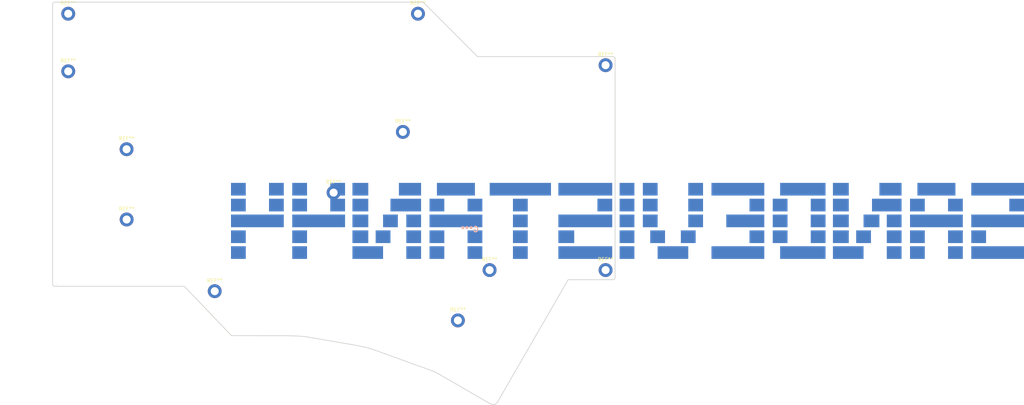
<source format=kicad_pcb>
(kicad_pcb (version 20241229) (generator "pcbnew") (generator_version "9.0")
  (title_block (title "Sandevistan44") (date "2025-05-26") (rev "0.0.1") (company "islathehut") (comment 1 "Left Side Plate"))
  (layers (0 "F.Cu" signal) (2 "B.Cu" signal) (13 "F.Paste" user) (15 "B.Paste" user) (5 "F.SilkS" user "F.Silkscreen") (7 "B.SilkS" user "B.Silkscreen") (1 "F.Mask" user) (3 "B.Mask" user) (25 "Edge.Cuts" user))
  (net 0 "")
  (footprint "Mounting Hole:MountingHole_2.2mm_M2_DIN965_Pad_TopBottom" (layer "F.Cu") (at 76.371616 47.897215)
    (property "Reference" "REF**" (at 0 -2.9 0) (layer "F.SilkS"))
    (property "Value" "MountingHole_2.2mm_M2_DIN965_Pad_TopBottom")
    (pad "1" thru_hole circle (at 0 0) (size 2.6 2.6) (drill 2.2) (layers "*.Cu" "*.Mask"))
    (pad "1" connect circle (at 0 0) (size 3.8 3.8) (layers "F.Cu" "F.Mask"))
    (pad "1" connect circle (at 0 0) (size 3.8 3.8) (layers "B.Cu" "B.Mask"))
  )
  (footprint "Mounting Hole:MountingHole_2.2mm_M2_DIN965_Pad_TopBottom" (layer "F.Cu") (at 148.901489 96.793988)
    (property "Reference" "REF**" (at 0 -2.9 0) (layer "F.SilkS"))
    (property "Value" "MountingHole_2.2mm_M2_DIN965_Pad_TopBottom")
    (pad "1" thru_hole circle (at 0 0) (size 2.6 2.6) (drill 2.2) (layers "*.Cu" "*.Mask"))
    (pad "1" connect circle (at 0 0) (size 3.8 3.8) (layers "F.Cu" "F.Mask"))
    (pad "1" connect circle (at 0 0) (size 3.8 3.8) (layers "B.Cu" "B.Mask"))
  )
  (footprint "Mounting Hole:MountingHole_2.2mm_M2_DIN965_Pad_TopBottom" (layer "F.Cu") (at 171.964716 47.897215)
    (property "Reference" "REF**" (at 0 -2.9 0) (layer "F.SilkS"))
    (property "Value" "MountingHole_2.2mm_M2_DIN965_Pad_TopBottom")
    (pad "1" thru_hole circle (at 0 0) (size 2.6 2.6) (drill 2.2) (layers "*.Cu" "*.Mask"))
    (pad "1" connect circle (at 0 0) (size 3.8 3.8) (layers "F.Cu" "F.Mask"))
    (pad "1" connect circle (at 0 0) (size 3.8 3.8) (layers "B.Cu" "B.Mask"))
  )
  (footprint "Mounting Hole:MountingHole_2.2mm_M2_DIN965_Pad_TopBottom" (layer "F.Cu") (at 223.2425 117.96566)
    (property "Reference" "REF**" (at 0 -2.9 0) (layer "F.SilkS"))
    (property "Value" "MountingHole_2.2mm_M2_DIN965_Pad_TopBottom")
    (pad "1" thru_hole circle (at 0 0) (size 2.6 2.6) (drill 2.2) (layers "*.Cu" "*.Mask"))
    (pad "1" connect circle (at 0 0) (size 3.8 3.8) (layers "F.Cu" "F.Mask"))
    (pad "1" connect circle (at 0 0) (size 3.8 3.8) (layers "B.Cu" "B.Mask"))
  )
  (footprint "Mounting Hole:MountingHole_2.2mm_M2_DIN965_Pad_TopBottom" (layer "F.Cu") (at 76.371616 63.637215)
    (property "Reference" "REF**" (at 0 -2.9 0) (layer "F.SilkS"))
    (property "Value" "MountingHole_2.2mm_M2_DIN965_Pad_TopBottom")
    (pad "1" thru_hole circle (at 0 0) (size 2.6 2.6) (drill 2.2) (layers "*.Cu" "*.Mask"))
    (pad "1" connect circle (at 0 0) (size 3.8 3.8) (layers "F.Cu" "F.Mask"))
    (pad "1" connect circle (at 0 0) (size 3.8 3.8) (layers "B.Cu" "B.Mask"))
  )
  (footprint "Mounting Hole:MountingHole_2.2mm_M2_DIN965_Pad_TopBottom" (layer "F.Cu") (at 223.2425 61.96566)
    (property "Reference" "REF**" (at 0 -2.9 0) (layer "F.SilkS"))
    (property "Value" "MountingHole_2.2mm_M2_DIN965_Pad_TopBottom")
    (pad "1" thru_hole circle (at 0 0) (size 2.6 2.6) (drill 2.2) (layers "*.Cu" "*.Mask"))
    (pad "1" connect circle (at 0 0) (size 3.8 3.8) (layers "F.Cu" "F.Mask"))
    (pad "1" connect circle (at 0 0) (size 3.8 3.8) (layers "B.Cu" "B.Mask"))
  )
  (footprint "Mounting Hole:MountingHole_2.2mm_M2_DIN965_Pad_TopBottom" (layer "F.Cu") (at 92.321489 84.933988)
    (property "Reference" "REF**" (at 0 -2.9 0) (layer "F.SilkS"))
    (property "Value" "MountingHole_2.2mm_M2_DIN965_Pad_TopBottom")
    (pad "1" thru_hole circle (at 0 0) (size 2.6 2.6) (drill 2.2) (layers "*.Cu" "*.Mask"))
    (pad "1" connect circle (at 0 0) (size 3.8 3.8) (layers "F.Cu" "F.Mask"))
    (pad "1" connect circle (at 0 0) (size 3.8 3.8) (layers "B.Cu" "B.Mask"))
  )
  (footprint "Mounting Hole:MountingHole_2.2mm_M2_DIN965_Pad_TopBottom" (layer "F.Cu") (at 167.841489 80.203988)
    (property "Reference" "REF**" (at 0 -2.9 0) (layer "F.SilkS"))
    (property "Value" "MountingHole_2.2mm_M2_DIN965_Pad_TopBottom")
    (pad "1" thru_hole circle (at 0 0) (size 2.6 2.6) (drill 2.2) (layers "*.Cu" "*.Mask"))
    (pad "1" connect circle (at 0 0) (size 3.8 3.8) (layers "F.Cu" "F.Mask"))
    (pad "1" connect circle (at 0 0) (size 3.8 3.8) (layers "B.Cu" "B.Mask"))
  )
  (footprint "Mounting Hole:MountingHole_2.2mm_M2_DIN965_Pad_TopBottom" (layer "F.Cu") (at 92.341489 104.143988)
    (property "Reference" "REF**" (at 0 -2.9 0) (layer "F.SilkS"))
    (property "Value" "MountingHole_2.2mm_M2_DIN965_Pad_TopBottom")
    (pad "1" thru_hole circle (at 0 0) (size 2.6 2.6) (drill 2.2) (layers "*.Cu" "*.Mask"))
    (pad "1" connect circle (at 0 0) (size 3.8 3.8) (layers "F.Cu" "F.Mask"))
    (pad "1" connect circle (at 0 0) (size 3.8 3.8) (layers "B.Cu" "B.Mask"))
  )
  (footprint "Mounting Hole:MountingHole_2.2mm_M2_DIN965_Pad_TopBottom" (layer "F.Cu") (at 182.871489 131.718988)
    (property "Reference" "REF**" (at 0 -2.9 0) (layer "F.SilkS"))
    (property "Value" "MountingHole_2.2mm_M2_DIN965_Pad_TopBottom")
    (pad "1" thru_hole circle (at 0 0) (size 2.6 2.6) (drill 2.2) (layers "*.Cu" "*.Mask"))
    (pad "1" connect circle (at 0 0) (size 3.8 3.8) (layers "F.Cu" "F.Mask"))
    (pad "1" connect circle (at 0 0) (size 3.8 3.8) (layers "B.Cu" "B.Mask"))
  )
  (footprint "Mounting Hole:MountingHole_2.2mm_M2_DIN965_Pad_TopBottom" (layer "F.Cu") (at 191.5425 117.96566)
    (property "Reference" "REF**" (at 0 -2.9 0) (layer "F.SilkS"))
    (property "Value" "MountingHole_2.2mm_M2_DIN965_Pad_TopBottom")
    (pad "1" thru_hole circle (at 0 0) (size 2.6 2.6) (drill 2.2) (layers "*.Cu" "*.Mask"))
    (pad "1" connect circle (at 0 0) (size 3.8 3.8) (layers "F.Cu" "F.Mask"))
    (pad "1" connect circle (at 0 0) (size 3.8 3.8) (layers "B.Cu" "B.Mask"))
  )
  (footprint "Mounting Hole:MountingHole_2.2mm_M2_DIN965_Pad_TopBottom" (layer "F.Cu") (at 116.411489 123.733988)
    (property "Reference" "REF**" (at 0 -2.9 0) (layer "F.SilkS"))
    (property "Value" "MountingHole_2.2mm_M2_DIN965_Pad_TopBottom")
    (pad "1" thru_hole circle (at 0 0) (size 2.6 2.6) (drill 2.2) (layers "*.Cu" "*.Mask"))
    (pad "1" connect circle (at 0 0) (size 3.8 3.8) (layers "F.Cu" "F.Mask"))
    (pad "1" connect circle (at 0 0) (size 3.8 3.8) (layers "B.Cu" "B.Mask"))
  )
  (footprint "Library:logo_ascii_large" (layer "B.Cu") (at 186.090353 106.833079 180)
    (property "Reference" "G***" (at 0 0 0) (layer "B.SilkS") (effects (font (size 1.5 1.5) (thickness 0.3)) (justify mirror)))
    (property "Value" "LOGO" (hide yes))
    (fp_poly (pts (xy 65.231818 10.968182) (xy 65.231818 9.236364) (xy 63.211363 9.236364) (xy 61.190909 9.236364) (xy 61.190909 10.968182) (xy 61.190909 12.7) (xy 63.211363 12.7) (xy 65.231818 12.7)) (fill yes) (layer "B.Cu"))
    (fp_poly (pts (xy 65.231818 6.638637) (xy 65.231818 4.906818) (xy 63.211363 4.906818) (xy 61.190909 4.906818) (xy 61.190909 6.638637) (xy 61.190909 8.370455) (xy 63.211363 8.370455) (xy 65.231818 8.370455)) (fill yes) (layer "B.Cu"))
    (fp_poly (pts (xy 65.231818 2.309091) (xy 65.231818 0.577273) (xy 58.015909 0.577273) (xy 50.799999 0.577273) (xy 50.799999 2.309091) (xy 50.799999 4.040909) (xy 58.015909 4.040909) (xy 65.231818 4.040909)) (fill yes) (layer "B.Cu"))
    (fp_poly (pts (xy 65.231818 -2.020454) (xy 65.231818 -3.752272) (xy 63.211363 -3.752272) (xy 61.190909 -3.752272) (xy 61.190909 -2.020454) (xy 61.190909 -0.288636) (xy 63.211363 -0.288636) (xy 65.231818 -0.288636)) (fill yes) (layer "B.Cu"))
    (fp_poly (pts (xy 65.231818 -6.35) (xy 65.231818 -8.081818) (xy 63.211363 -8.081818) (xy 61.190909 -8.081818) (xy 61.190909 -6.35) (xy 61.190909 -4.618182) (xy 63.211363 -4.618182) (xy 65.231818 -4.618182)) (fill yes) (layer "B.Cu"))
    (fp_poly (pts (xy 54.840909 10.968182) (xy 54.840909 9.236364) (xy 52.820454 9.236364) (xy 50.799999 9.236364) (xy 50.799999 10.968182) (xy 50.799999 12.7) (xy 52.820454 12.7) (xy 54.840909 12.7)) (fill yes) (layer "B.Cu"))
    (fp_poly (pts (xy 54.840909 6.638637) (xy 54.840909 4.906818) (xy 52.820454 4.906818) (xy 50.799999 4.906818) (xy 50.799999 6.638637) (xy 50.799999 8.370455) (xy 52.820454 8.370455) (xy 54.840909 8.370455)) (fill yes) (layer "B.Cu"))
    (fp_poly (pts (xy 48.490909 10.968182) (xy 48.490909 9.236364) (xy 46.470454 9.236364) (xy 44.449999 9.236364) (xy 44.449999 10.968182) (xy 44.449999 12.7) (xy 46.470454 12.7) (xy 48.490909 12.7)) (fill yes) (layer "B.Cu"))
    (fp_poly (pts (xy 48.490909 6.638637) (xy 48.490909 4.906818) (xy 46.470454 4.906818) (xy 44.449999 4.906818) (xy 44.449999 6.638637) (xy 44.449999 8.370455) (xy 46.470454 8.370455) (xy 48.490909 8.370455)) (fill yes) (layer "B.Cu"))
    (fp_poly (pts (xy 48.490909 2.309091) (xy 48.490909 0.577273) (xy 41.274999 0.577273) (xy 34.05909 0.577273) (xy 34.05909 2.309091) (xy 34.05909 4.040909) (xy 41.274999 4.040909) (xy 48.490909 4.040909)) (fill yes) (layer "B.Cu"))
    (fp_poly (pts (xy 48.490909 -2.020454) (xy 48.490909 -3.752272) (xy 46.470454 -3.752272) (xy 44.449999 -3.752272) (xy 44.449999 -2.020454) (xy 44.449999 -0.288636) (xy 46.470454 -0.288636) (xy 48.490909 -0.288636)) (fill yes) (layer "B.Cu"))
    (fp_poly (pts (xy 48.490909 -6.35) (xy 48.490909 -8.081818) (xy 46.470454 -8.081818) (xy 44.449999 -8.081818) (xy 44.449999 -6.35) (xy 44.449999 -4.618182) (xy 46.470454 -4.618182) (xy 48.490909 -4.618182)) (fill yes) (layer "B.Cu"))
    (fp_poly (pts (xy 38.099999 10.968182) (xy 38.099999 9.236364) (xy 36.079545 9.236364) (xy 34.05909 9.236364) (xy 34.05909 10.968182) (xy 34.05909 12.7) (xy 36.079545 12.7) (xy 38.099999 12.7)) (fill yes) (layer "B.Cu"))
    (fp_poly (pts (xy 38.099999 6.638637) (xy 38.099999 4.906818) (xy 36.079545 4.906818) (xy 34.05909 4.906818) (xy 34.05909 6.638637) (xy 34.05909 8.370455) (xy 36.079545 8.370455) (xy 38.099999 8.370455)) (fill yes) (layer "B.Cu"))
    (fp_poly (pts (xy 32.038636 10.968182) (xy 32.038636 9.236364) (xy 29.873863 9.236364) (xy 27.70909 9.236364) (xy 27.70909 10.968182) (xy 27.70909 12.7) (xy 29.873863 12.7) (xy 32.038636 12.7)) (fill yes) (layer "B.Cu"))
    (fp_poly (pts (xy 32.038636 6.638637) (xy 32.038636 4.906818) (xy 29.873863 4.906818) (xy 27.70909 4.906818) (xy 27.70909 6.638637) (xy 27.70909 8.370455) (xy 29.873863 8.370455) (xy 32.038636 8.370455)) (fill yes) (layer "B.Cu"))
    (fp_poly (pts (xy 32.038636 2.309091) (xy 32.038636 0.577273) (xy 29.873863 0.577273) (xy 27.70909 0.577273) (xy 27.70909 2.309091) (xy 27.70909 4.040909) (xy 29.873863 4.040909) (xy 32.038636 4.040909)) (fill yes) (layer "B.Cu"))
    (fp_poly (pts (xy 32.038636 -2.020454) (xy 32.038636 -3.752272) (xy 29.873863 -3.752272) (xy 27.70909 -3.752272) (xy 27.70909 -2.020454) (xy 27.70909 -0.288636) (xy 29.873863 -0.288636) (xy 32.038636 -0.288636)) (fill yes) (layer "B.Cu"))
    (fp_poly (pts (xy 32.038636 -6.35) (xy 32.038636 -8.081818) (xy 27.853409 -8.081818) (xy 23.668181 -8.081818) (xy 23.668181 -6.35) (xy 23.668181 -4.618182) (xy 27.853409 -4.618182) (xy 32.038636 -4.618182)) (fill yes) (layer "B.Cu"))
    (fp_poly (pts (xy 25.688636 -2.020454) (xy 25.688636 -3.752272) (xy 23.668181 -3.752272) (xy 21.647727 -3.752272) (xy 21.647727 -2.020454) (xy 21.647727 -0.288636) (xy 23.668181 -0.288636) (xy 25.688636 -0.288636)) (fill yes) (layer "B.Cu"))
    (fp_poly (pts (xy 23.668181 2.309091) (xy 23.668181 0.577273) (xy 21.647727 0.577273) (xy 19.627272 0.577273) (xy 19.627272 2.309091) (xy 19.627272 4.040909) (xy 21.647727 4.040909) (xy 23.668181 4.040909)) (fill yes) (layer "B.Cu"))
    (fp_poly (pts (xy 21.647727 6.638637) (xy 21.647727 4.906818) (xy 17.462499 4.906818) (xy 13.277272 4.906818) (xy 13.277272 6.638637) (xy 13.277272 8.370455) (xy 17.462499 8.370455) (xy 21.647727 8.370455)) (fill yes) (layer "B.Cu"))
    (fp_poly (pts (xy 19.338636 10.968182) (xy 19.338636 9.236364) (xy 16.307954 9.236364) (xy 13.277272 9.236364) (xy 13.277272 10.968182) (xy 13.277272 12.7) (xy 16.307954 12.7) (xy 19.338636 12.7)) (fill yes) (layer "B.Cu"))
    (fp_poly (pts (xy 17.318181 2.309091) (xy 17.318181 0.577273) (xy 15.297727 0.577273) (xy 13.277272 0.577273) (xy 13.277272 2.309091) (xy 13.277272 4.040909) (xy 15.297727 4.040909) (xy 17.318181 4.040909)) (fill yes) (layer "B.Cu"))
    (fp_poly (pts (xy 17.318181 -2.020454) (xy 17.318181 -3.752272) (xy 15.297727 -3.752272) (xy 13.277272 -3.752272) (xy 13.277272 -2.020454) (xy 13.277272 -0.288636) (xy 15.297727 -0.288636) (xy 17.318181 -0.288636)) (fill yes) (layer "B.Cu"))
    (fp_poly (pts (xy 17.318181 -6.35) (xy 17.318181 -8.081818) (xy 15.297727 -8.081818) (xy 13.277272 -8.081818) (xy 13.277272 -6.35) (xy 13.277272 -4.618182) (xy 15.297727 -4.618182) (xy 17.318181 -4.618182)) (fill yes) (layer "B.Cu"))
    (fp_poly (pts (xy 10.968181 6.638637) (xy 10.968181 4.906818) (xy 8.947727 4.906818) (xy 6.927272 4.906818) (xy 6.927272 6.638637) (xy 6.927272 8.370455) (xy 8.947727 8.370455) (xy 10.968181 8.370455)) (fill yes) (layer "B.Cu"))
    (fp_poly (pts (xy 10.968181 2.309091) (xy 10.968181 0.577273) (xy 3.752272 0.577273) (xy -3.463637 0.577273) (xy -3.463637 2.309091) (xy -3.463637 4.040909) (xy 3.752272 4.040909) (xy 10.968181 4.040909)) (fill yes) (layer "B.Cu"))
    (fp_poly (pts (xy 10.968181 -2.020454) (xy 10.968181 -3.752272) (xy 8.947727 -3.752272) (xy 6.927272 -3.752272) (xy 6.927272 -2.020454) (xy 6.927272 -0.288636) (xy 8.947727 -0.288636) (xy 10.968181 -0.288636)) (fill yes) (layer "B.Cu"))
    (fp_poly (pts (xy 10.968181 -6.35) (xy 10.968181 -8.081818) (xy 8.947727 -8.081818) (xy 6.927272 -8.081818) (xy 6.927272 -6.35) (xy 6.927272 -4.618182) (xy 8.947727 -4.618182) (xy 10.968181 -4.618182)) (fill yes) (layer "B.Cu"))
    (fp_poly (pts (xy 8.947727 10.968182) (xy 8.947727 9.236364) (xy 3.752272 9.236364) (xy -1.443182 9.236364) (xy -1.443182 10.968182) (xy -1.443182 12.7) (xy 3.752272 12.7) (xy 8.947727 12.7)) (fill yes) (layer "B.Cu"))
    (fp_poly (pts (xy 0.577272 6.638637) (xy 0.577272 4.906818) (xy -1.443182 4.906818) (xy -3.463637 4.906818) (xy -3.463637 6.638637) (xy -3.463637 8.370455) (xy -1.443182 8.370455) (xy 0.577272 8.370455)) (fill yes) (layer "B.Cu"))
    (fp_poly (pts (xy 0.577272 -2.020454) (xy 0.577272 -3.752272) (xy -1.443182 -3.752272) (xy -3.463637 -3.752272) (xy -3.463637 -2.020454) (xy -3.463637 -0.288636) (xy -1.443182 -0.288636) (xy 0.577272 -0.288636)) (fill yes) (layer "B.Cu"))
    (fp_poly (pts (xy 0.577272 -6.35) (xy 0.577272 -8.081818) (xy -1.443182 -8.081818) (xy -3.463637 -8.081818) (xy -3.463637 -6.35) (xy -3.463637 -4.618182) (xy -1.443182 -4.618182) (xy 0.577272 -4.618182)) (fill yes) (layer "B.Cu"))
    (fp_poly (pts (xy -5.484091 10.968182) (xy -5.484091 9.236364) (xy -13.854546 9.236364) (xy -22.225001 9.236364) (xy -22.225001 10.968182) (xy -22.225001 12.7) (xy -13.854546 12.7) (xy -5.484091 12.7)) (fill yes) (layer "B.Cu"))
    (fp_poly (pts (xy -11.834091 6.638637) (xy -11.834091 4.906818) (xy -13.854546 4.906818) (xy -15.875001 4.906818) (xy -15.875001 6.638637) (xy -15.875001 8.370455) (xy -13.854546 8.370455) (xy -11.834091 8.370455)) (fill yes) (layer "B.Cu"))
    (fp_poly (pts (xy -11.834091 2.309091) (xy -11.834091 0.577273) (xy -13.854546 0.577273) (xy -15.875001 0.577273) (xy -15.875001 2.309091) (xy -15.875001 4.040909) (xy -13.854546 4.040909) (xy -11.834091 4.040909)) (fill yes) (layer "B.Cu"))
    (fp_poly (pts (xy -11.834091 -2.020454) (xy -11.834091 -3.752272) (xy -13.854546 -3.752272) (xy -15.875001 -3.752272) (xy -15.875001 -2.020454) (xy -15.875001 -0.288636) (xy -13.854546 -0.288636) (xy -11.834091 -0.288636)) (fill yes) (layer "B.Cu"))
    (fp_poly (pts (xy -11.834091 -6.35) (xy -11.834091 -8.081818) (xy -13.854546 -8.081818) (xy -15.875001 -8.081818) (xy -15.875001 -6.35) (xy -15.875001 -4.618182) (xy -13.854546 -4.618182) (xy -11.834091 -4.618182)) (fill yes) (layer "B.Cu"))
    (fp_poly (pts (xy -24.245455 10.968182) (xy -24.245455 9.236364) (xy -31.605682 9.236364) (xy -38.96591 9.236364) (xy -38.96591 10.968182) (xy -38.96591 12.7) (xy -31.605682 12.7) (xy -24.245455 12.7)) (fill yes) (layer "B.Cu"))
    (fp_poly (pts (xy -24.245455 2.309091) (xy -24.245455 0.577273) (xy -31.605682 0.577273) (xy -38.96591 0.577273) (xy -38.96591 2.309091) (xy -38.96591 4.040909) (xy -31.605682 4.040909) (xy -24.245455 4.040909)) (fill yes) (layer "B.Cu"))
    (fp_poly (pts (xy -24.245455 -2.020454) (xy -24.245455 -3.752272) (xy -26.410228 -3.752272) (xy -28.575001 -3.752272) (xy -28.575001 -2.020454) (xy -28.575001 -0.288636) (xy -26.410228 -0.288636) (xy -24.245455 -0.288636)) (fill yes) (layer "B.Cu"))
    (fp_poly (pts (xy -24.245455 -6.35) (xy -24.245455 -8.081818) (xy -31.605682 -8.081818) (xy -38.96591 -8.081818) (xy -38.96591 -6.35) (xy -38.96591 -4.618182) (xy -31.605682 -4.618182) (xy -24.245455 -4.618182)) (fill yes) (layer "B.Cu"))
    (fp_poly (pts (xy -34.925001 6.638637) (xy -34.925001 4.906818) (xy -36.945455 4.906818) (xy -38.96591 4.906818) (xy -38.96591 6.638637) (xy -38.96591 8.370455) (xy -36.945455 8.370455) (xy -34.925001 8.370455)) (fill yes) (layer "B.Cu"))
    (fp_poly (pts (xy -40.986364 10.968182) (xy -40.986364 9.236364) (xy -43.006819 9.236364) (xy -45.027273 9.236364) (xy -45.027273 10.968182) (xy -45.027273 12.7) (xy -43.006819 12.7) (xy -40.986364 12.7)) (fill yes) (layer "B.Cu"))
    (fp_poly (pts (xy -40.986364 6.638637) (xy -40.986364 4.906818) (xy -43.006819 4.906818) (xy -45.027273 4.906818) (xy -45.027273 6.638637) (xy -45.027273 8.370455) (xy -43.006819 8.370455) (xy -40.986364 8.370455)) (fill yes) (layer "B.Cu"))
    (fp_poly (pts (xy -40.986364 2.309091) (xy -40.986364 0.577273) (xy -43.006819 0.577273) (xy -45.027273 0.577273) (xy -45.027273 2.309091) (xy -45.027273 4.040909) (xy -43.006819 4.040909) (xy -40.986364 4.040909)) (fill yes) (layer "B.Cu"))
    (fp_poly (pts (xy -40.986364 -2.020454) (xy -40.986364 -3.752272) (xy -43.006819 -3.752272) (xy -45.027273 -3.752272) (xy -45.027273 -2.020454) (xy -45.027273 -0.288636) (xy -43.006819 -0.288636) (xy -40.986364 -0.288636)) (fill yes) (layer "B.Cu"))
    (fp_poly (pts (xy -40.986364 -6.35) (xy -40.986364 -8.081818) (xy -43.006819 -8.081818) (xy -45.027273 -8.081818) (xy -45.027273 -6.35) (xy -45.027273 -4.618182) (xy -43.006819 -4.618182) (xy -40.986364 -4.618182)) (fill yes) (layer "B.Cu"))
    (fp_poly (pts (xy -47.336364 10.968182) (xy -47.336364 9.236364) (xy -49.356819 9.236364) (xy -51.377273 9.236364) (xy -51.377273 10.968182) (xy -51.377273 12.7) (xy -49.356819 12.7) (xy -47.336364 12.7)) (fill yes) (layer "B.Cu"))
    (fp_poly (pts (xy -47.336364 6.638637) (xy -47.336364 4.906818) (xy -49.356819 4.906818) (xy -51.377273 4.906818) (xy -51.377273 6.638637) (xy -51.377273 8.370455) (xy -49.356819 8.370455) (xy -47.336364 8.370455)) (fill yes) (layer "B.Cu"))
    (fp_poly (pts (xy -47.336364 2.309091) (xy -47.336364 0.577273) (xy -49.356819 0.577273) (xy -51.377273 0.577273) (xy -51.377273 2.309091) (xy -51.377273 4.040909) (xy -49.356819 4.040909) (xy -47.336364 4.040909)) (fill yes) (layer "B.Cu"))
    (fp_poly (pts (xy -49.356819 -2.020454) (xy -49.356819 -3.752272) (xy -51.377273 -3.752272) (xy -53.397728 -3.752272) (xy -53.397728 -2.020454) (xy -53.397728 -0.288636) (xy -51.377273 -0.288636) (xy -49.356819 -0.288636)) (fill yes) (layer "B.Cu"))
    (fp_poly (pts (xy -51.377273 -6.35) (xy -51.377273 -8.081818) (xy -55.562501 -8.081818) (xy -59.747728 -8.081818) (xy -59.747728 -6.35) (xy -59.747728 -4.618182) (xy -55.562501 -4.618182) (xy -51.377273 -4.618182)) (fill yes) (layer "B.Cu"))
    (fp_poly (pts (xy -57.727273 -2.020454) (xy -57.727273 -3.752272) (xy -59.747728 -3.752272) (xy -61.768182 -3.752272) (xy -61.768182 -2.020454) (xy -61.768182 -0.288636) (xy -59.747728 -0.288636) (xy -57.727273 -0.288636)) (fill yes) (layer "B.Cu"))
    (fp_poly (pts (xy -59.747728 10.968182) (xy -59.747728 9.236364) (xy -61.768182 9.236364) (xy -63.788637 9.236364) (xy -63.788637 10.968182) (xy -63.788637 12.7) (xy -61.768182 12.7) (xy -59.747728 12.7)) (fill yes) (layer "B.Cu"))
    (fp_poly (pts (xy -59.747728 6.638637) (xy -59.747728 4.906818) (xy -61.768182 4.906818) (xy -63.788637 4.906818) (xy -63.788637 6.638637) (xy -63.788637 8.370455) (xy -61.768182 8.370455) (xy -59.747728 8.370455)) (fill yes) (layer "B.Cu"))
    (fp_poly (pts (xy -59.747728 2.309091) (xy -59.747728 0.577273) (xy -61.768182 0.577273) (xy -63.788637 0.577273) (xy -63.788637 2.309091) (xy -63.788637 4.040909) (xy -61.768182 4.040909) (xy -59.747728 4.040909)) (fill yes) (layer "B.Cu"))
    (fp_poly (pts (xy -66.097728 10.968182) (xy -66.097728 9.236364) (xy -73.313637 9.236364) (xy -80.529546 9.236364) (xy -80.529546 10.968182) (xy -80.529546 12.7) (xy -73.313637 12.7) (xy -66.097728 12.7)) (fill yes) (layer "B.Cu"))
    (fp_poly (pts (xy -66.097728 -6.35) (xy -66.097728 -8.081818) (xy -73.313637 -8.081818) (xy -80.529546 -8.081818) (xy -80.529546 -6.35) (xy -80.529546 -4.618182) (xy -73.313637 -4.618182) (xy -66.097728 -4.618182)) (fill yes) (layer "B.Cu"))
    (fp_poly (pts (xy -70.138637 2.309091) (xy -70.138637 0.577273) (xy -75.334091 0.577273) (xy -80.529546 0.577273) (xy -80.529546 2.309091) (xy -80.529546 4.040909) (xy -75.334091 4.040909) (xy -70.138637 4.040909)) (fill yes) (layer "B.Cu"))
    (fp_poly (pts (xy -76.488637 6.638637) (xy -76.488637 4.906818) (xy -78.509091 4.906818) (xy -80.529546 4.906818) (xy -80.529546 6.638637) (xy -80.529546 8.370455) (xy -78.509091 8.370455) (xy -76.488637 8.370455)) (fill yes) (layer "B.Cu"))
    (fp_poly (pts (xy -76.488637 -2.020454) (xy -76.488637 -3.752272) (xy -78.509091 -3.752272) (xy -80.529546 -3.752272) (xy -80.529546 -2.020454) (xy -80.529546 -0.288636) (xy -78.509091 -0.288636) (xy -76.488637 -0.288636)) (fill yes) (layer "B.Cu"))
    (fp_poly (pts (xy -82.838637 6.638637) (xy -82.838637 4.906818) (xy -84.859091 4.906818) (xy -86.879546 4.906818) (xy -86.879546 6.638637) (xy -86.879546 8.370455) (xy -84.859091 8.370455) (xy -82.838637 8.370455)) (fill yes) (layer "B.Cu"))
    (fp_poly (pts (xy -82.838637 2.309091) (xy -82.838637 0.577273) (xy -84.859091 0.577273) (xy -86.879546 0.577273) (xy -86.879546 2.309091) (xy -86.879546 4.040909) (xy -84.859091 4.040909) (xy -82.838637 4.040909)) (fill yes) (layer "B.Cu"))
    (fp_poly (pts (xy -82.838637 -2.020454) (xy -82.838637 -3.752272) (xy -84.859091 -3.752272) (xy -86.879546 -3.752272) (xy -86.879546 -2.020454) (xy -86.879546 -0.288636) (xy -84.859091 -0.288636) (xy -82.838637 -0.288636)) (fill yes) (layer "B.Cu"))
    (fp_poly (pts (xy -84.859091 10.968182) (xy -84.859091 9.236364) (xy -91.064773 9.236364) (xy -97.270455 9.236364) (xy -97.270455 10.968182) (xy -97.270455 12.7) (xy -91.064773 12.7) (xy -84.859091 12.7)) (fill yes) (layer "B.Cu"))
    (fp_poly (pts (xy -84.859091 -6.35) (xy -84.859091 -8.081818) (xy -91.064773 -8.081818) (xy -97.270455 -8.081818) (xy -97.270455 -6.35) (xy -97.270455 -4.618182) (xy -91.064773 -4.618182) (xy -84.859091 -4.618182)) (fill yes) (layer "B.Cu"))
    (fp_poly (pts (xy -93.229546 6.638637) (xy -93.229546 4.906818) (xy -95.250001 4.906818) (xy -97.270455 4.906818) (xy -97.270455 6.638637) (xy -97.270455 8.370455) (xy -95.250001 8.370455) (xy -93.229546 8.370455)) (fill yes) (layer "B.Cu"))
    (fp_poly (pts (xy -93.229546 2.309091) (xy -93.229546 0.577273) (xy -95.250001 0.577273) (xy -97.270455 0.577273) (xy -97.270455 2.309091) (xy -97.270455 4.040909) (xy -95.250001 4.040909) (xy -93.229546 4.040909)) (fill yes) (layer "B.Cu"))
    (fp_poly (pts (xy -93.229546 -2.020454) (xy -93.229546 -3.752272) (xy -95.250001 -3.752272) (xy -97.270455 -3.752272) (xy -97.270455 -2.020454) (xy -97.270455 -0.288636) (xy -95.250001 -0.288636) (xy -93.229546 -0.288636)) (fill yes) (layer "B.Cu"))
    (fp_poly (pts (xy -99.29091 10.968182) (xy -99.29091 9.236364) (xy -101.455682 9.236364) (xy -103.620455 9.236364) (xy -103.620455 10.968182) (xy -103.620455 12.7) (xy -101.455682 12.7) (xy -99.29091 12.7)) (fill yes) (layer "B.Cu"))
    (fp_poly (pts (xy -99.29091 6.638637) (xy -99.29091 4.906818) (xy -101.455682 4.906818) (xy -103.620455 4.906818) (xy -103.620455 6.638637) (xy -103.620455 8.370455) (xy -101.455682 8.370455) (xy -99.29091 8.370455)) (fill yes) (layer "B.Cu"))
    (fp_poly (pts (xy -99.29091 2.309091) (xy -99.29091 0.577273) (xy -101.455682 0.577273) (xy -103.620455 0.577273) (xy -103.620455 2.309091) (xy -103.620455 4.040909) (xy -101.455682 4.040909) (xy -99.29091 4.040909)) (fill yes) (layer "B.Cu"))
    (fp_poly (pts (xy -99.29091 -2.020454) (xy -99.29091 -3.752272) (xy -101.455682 -3.752272) (xy -103.620455 -3.752272) (xy -103.620455 -2.020454) (xy -103.620455 -0.288636) (xy -101.455682 -0.288636) (xy -99.29091 -0.288636)) (fill yes) (layer "B.Cu"))
    (fp_poly (pts (xy -99.29091 -6.35) (xy -99.29091 -8.081818) (xy -103.476137 -8.081818) (xy -107.661364 -8.081818) (xy -107.661364 -6.35) (xy -107.661364 -4.618182) (xy -103.476137 -4.618182) (xy -99.29091 -4.618182)) (fill yes) (layer "B.Cu"))
    (fp_poly (pts (xy -105.64091 -2.020454) (xy -105.64091 -3.752272) (xy -107.661364 -3.752272) (xy -109.681819 -3.752272) (xy -109.681819 -2.020454) (xy -109.681819 -0.288636) (xy -107.661364 -0.288636) (xy -105.64091 -0.288636)) (fill yes) (layer "B.Cu"))
    (fp_poly (pts (xy -107.661364 2.309091) (xy -107.661364 0.577273) (xy -109.826137 0.577273) (xy -111.99091 0.577273) (xy -111.99091 2.309091) (xy -111.99091 4.040909) (xy -109.826137 4.040909) (xy -107.661364 4.040909)) (fill yes) (layer "B.Cu"))
    (fp_poly (pts (xy -109.970455 6.638637) (xy -109.970455 4.906818) (xy -114.011364 4.906818) (xy -118.052273 4.906818) (xy -118.052273 6.638637) (xy -118.052273 8.370455) (xy -114.011364 8.370455) (xy -109.970455 8.370455)) (fill yes) (layer "B.Cu"))
    (fp_poly (pts (xy -111.99091 10.968182) (xy -111.99091 9.236364) (xy -115.021591 9.236364) (xy -118.052273 9.236364) (xy -118.052273 10.968182) (xy -118.052273 12.7) (xy -115.021591 12.7) (xy -111.99091 12.7)) (fill yes) (layer "B.Cu"))
    (fp_poly (pts (xy -114.011364 2.309091) (xy -114.011364 0.577273) (xy -116.031819 0.577273) (xy -118.052273 0.577273) (xy -118.052273 2.309091) (xy -118.052273 4.040909) (xy -116.031819 4.040909) (xy -114.011364 4.040909)) (fill yes) (layer "B.Cu"))
    (fp_poly (pts (xy -114.011364 -2.020454) (xy -114.011364 -3.752272) (xy -116.031819 -3.752272) (xy -118.052273 -3.752272) (xy -118.052273 -2.020454) (xy -118.052273 -0.288636) (xy -116.031819 -0.288636) (xy -114.011364 -0.288636)) (fill yes) (layer "B.Cu"))
    (fp_poly (pts (xy -114.011364 -6.35) (xy -114.011364 -8.081818) (xy -116.031819 -8.081818) (xy -118.052273 -8.081818) (xy -118.052273 -6.35) (xy -118.052273 -4.618182) (xy -116.031819 -4.618182) (xy -114.011364 -4.618182)) (fill yes) (layer "B.Cu"))
    (fp_poly (pts (xy -120.361364 6.638637) (xy -120.361364 4.906818) (xy -122.381819 4.906818) (xy -124.402273 4.906818) (xy -124.402273 6.638637) (xy -124.402273 8.370455) (xy -122.381819 8.370455) (xy -120.361364 8.370455)) (fill yes) (layer "B.Cu"))
    (fp_poly (pts (xy -120.361364 2.309091) (xy -120.361364 0.577273) (xy -127.577273 0.577273) (xy -134.793182 0.577273) (xy -134.793182 2.309091) (xy -134.793182 4.040909) (xy -127.577273 4.040909) (xy -120.361364 4.040909)) (fill yes) (layer "B.Cu"))
    (fp_poly (pts (xy -120.361364 -2.020454) (xy -120.361364 -3.752272) (xy -122.381819 -3.752272) (xy -124.402273 -3.752272) (xy -124.402273 -2.020454) (xy -124.402273 -0.288636) (xy -122.381819 -0.288636) (xy -120.361364 -0.288636)) (fill yes) (layer "B.Cu"))
    (fp_poly (pts (xy -120.361364 -6.35) (xy -120.361364 -8.081818) (xy -122.381819 -8.081818) (xy -124.402273 -8.081818) (xy -124.402273 -6.35) (xy -124.402273 -4.618182) (xy -122.381819 -4.618182) (xy -120.361364 -4.618182)) (fill yes) (layer "B.Cu"))
    (fp_poly (pts (xy -122.381819 10.968182) (xy -122.381819 9.236364) (xy -127.577273 9.236364) (xy -132.772728 9.236364) (xy -132.772728 10.968182) (xy -132.772728 12.7) (xy -127.577273 12.7) (xy -122.381819 12.7)) (fill yes) (layer "B.Cu"))
    (fp_poly (pts (xy -130.752273 6.638637) (xy -130.752273 4.906818) (xy -132.772728 4.906818) (xy -134.793182 4.906818) (xy -134.793182 6.638637) (xy -134.793182 8.370455) (xy -132.772728 8.370455) (xy -130.752273 8.370455)) (fill yes) (layer "B.Cu"))
    (fp_poly (pts (xy -130.752273 -2.020454) (xy -130.752273 -3.752272) (xy -132.772728 -3.752272) (xy -134.793182 -3.752272) (xy -134.793182 -2.020454) (xy -134.793182 -0.288636) (xy -132.772728 -0.288636) (xy -130.752273 -0.288636)) (fill yes) (layer "B.Cu"))
    (fp_poly (pts (xy -130.752273 -6.35) (xy -130.752273 -8.081818) (xy -132.772728 -8.081818) (xy -134.793182 -8.081818) (xy -134.793182 -6.35) (xy -134.793182 -4.618182) (xy -132.772728 -4.618182) (xy -130.752273 -4.618182)) (fill yes) (layer "B.Cu"))
    (fp_poly (pts (xy -137.102273 10.968182) (xy -137.102273 9.236364) (xy -144.318182 9.236364) (xy -151.534091 9.236364) (xy -151.534091 10.968182) (xy -151.534091 12.7) (xy -144.318182 12.7) (xy -137.102273 12.7)) (fill yes) (layer "B.Cu"))
    (fp_poly (pts (xy -137.102273 2.309091) (xy -137.102273 0.577273) (xy -144.318182 0.577273) (xy -151.534091 0.577273) (xy -151.534091 2.309091) (xy -151.534091 4.040909) (xy -144.318182 4.040909) (xy -137.102273 4.040909)) (fill yes) (layer "B.Cu"))
    (fp_poly (pts (xy -137.102273 -2.020454) (xy -137.102273 -3.752272) (xy -139.122728 -3.752272) (xy -141.143182 -3.752272) (xy -141.143182 -2.020454) (xy -141.143182 -0.288636) (xy -139.122728 -0.288636) (xy -137.102273 -0.288636)) (fill yes) (layer "B.Cu"))
    (fp_poly (pts (xy -137.102273 -6.35) (xy -137.102273 -8.081818) (xy -144.318182 -8.081818) (xy -151.534091 -8.081818) (xy -151.534091 -6.35) (xy -151.534091 -4.618182) (xy -144.318182 -4.618182) (xy -137.102273 -4.618182)) (fill yes) (layer "B.Cu"))
    (fp_poly (pts (xy -147.493182 6.638637) (xy -147.493182 4.906818) (xy -149.513637 4.906818) (xy -151.534091 4.906818) (xy -151.534091 6.638637) (xy -151.534091 8.370455) (xy -149.513637 8.370455) (xy -147.493182 8.370455)) (fill yes) (layer "B.Cu"))
  )
  (gr_line (start 108.101489 122.403861) (end 72.611372 122.403861) (stroke (width 0.2)) (layer "Edge.Cuts"))
  (gr_curve (pts (xy 153.731489 138.30566) (xy 157.886489 139.01566) (xy 159.361489 139.52566) (xy 159.881489 139.731821)) (stroke (width 0.2)) (layer "Edge.Cuts"))
  (gr_curve (pts (xy 191.531489 154.41566) (xy 192.496958 154.881894) (xy 193.2475 154.87199) (xy 193.79713 153.873825)) (stroke (width 0.2)) (layer "Edge.Cuts"))
  (gr_curve (pts (xy 73.171489 121.903988) (xy 73.171489 121.903988) (xy 73.171489 121.903988) (xy 73.171489 121.903988)) (stroke (width 0.2)) (layer "Edge.Cuts"))
  (gr_curve (pts (xy 72.611362 44.744105) (xy 72.335316 44.744164) (xy 72.111553 44.967942) (xy 72.111489 45.243988)) (stroke (width 0.2)) (layer "Edge.Cuts"))
  (gr_line (start 191.531489 154.41566) (end 177.661489 146.37566) (stroke (width 0.2)) (layer "Edge.Cuts"))
  (gr_line (start 108.101489 122.403861) (end 120.991489 135.88566) (stroke (width 0.2)) (layer "Edge.Cuts"))
  (gr_curve (pts (xy 171.391489 143.90566) (xy 174.951489 145.16566) (xy 175.951489 145.46566) (xy 177.661489 146.37566)) (stroke (width 0.2)) (layer "Edge.Cuts"))
  (gr_line (start 171.391489 143.90566) (end 159.881489 139.731821) (stroke (width 0.2)) (layer "Edge.Cuts"))
  (gr_line (start 129.491489 135.90566) (end 135.981489 135.90566) (stroke (width 0.2)) (layer "Edge.Cuts"))
  (gr_curve (pts (xy 72.111489 121.903988) (xy 72.111548 122.180034) (xy 72.335326 122.403797) (xy 72.611372 122.403861)) (stroke (width 0.2)) (layer "Edge.Cuts"))
  (gr_line (start 120.991489 135.88566) (end 129.491489 135.90566) (stroke (width 0.2)) (layer "Edge.Cuts"))
  (gr_line (start 72.611362 44.744105) (end 173.394716 44.744105) (stroke (width 0.2)) (layer "Edge.Cuts"))
  (gr_line (start 225.8425 119.98566) (end 225.8425 60.17566) (stroke (width 0.2)) (layer "Edge.Cuts"))
  (gr_curve (pts (xy 225.8425 60.17566) (xy 225.840019 59.852801) (xy 225.616241 59.629038) (xy 225.3125 59.633977)) (stroke (width 0.2)) (layer "Edge.Cuts"))
  (gr_line (start 72.111489 45.243988) (end 72.111489 121.903988) (stroke (width 0.2)) (layer "Edge.Cuts"))
  (gr_line (start 225.332627 120.59566) (end 213.0125 120.59566) (stroke (width 0.2)) (layer "Edge.Cuts"))
  (gr_line (start 153.731489 138.30566) (end 141.831489 136.27566) (stroke (width 0.2)) (layer "Edge.Cuts"))
  (gr_line (start 188.241478 59.633977) (end 173.394716 44.744105) (stroke (width 0.2)) (layer "Edge.Cuts"))
  (gr_line (start 193.79713 153.873942) (end 213.0125 120.59566) (stroke (width 0.2)) (layer "Edge.Cuts"))
  (gr_line (start 188.241478 59.633977) (end 225.3125 59.633977) (stroke (width 0.2)) (layer "Edge.Cuts"))
  (gr_curve (pts (xy 225.332627 120.59566) (xy 225.608673 120.595484) (xy 225.832436 120.371706) (xy 225.8425 119.98566)) (stroke (width 0.2)) (layer "Edge.Cuts"))
  (gr_curve (pts (xy 135.981489 135.90566) (xy 139.241489 135.94566) (xy 141.021489 136.09566) (xy 141.831489 136.27566)) (stroke (width 0.2)) (layer "Edge.Cuts"))
)
</source>
